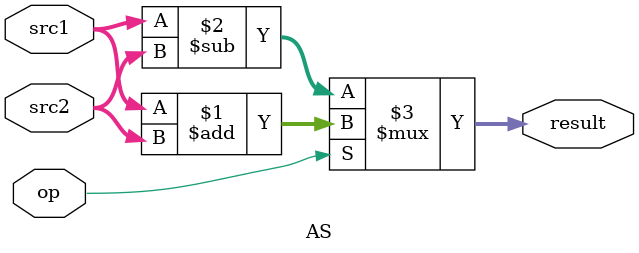
<source format=v>
`timescale 1ns / 1ps


module AS(
    input [31:0] src1,
    input [31:0] src2,
    input op,
    output [31:0] result
    );
    assign result = op? src1 + src2 : src1 - src2;
endmodule

</source>
